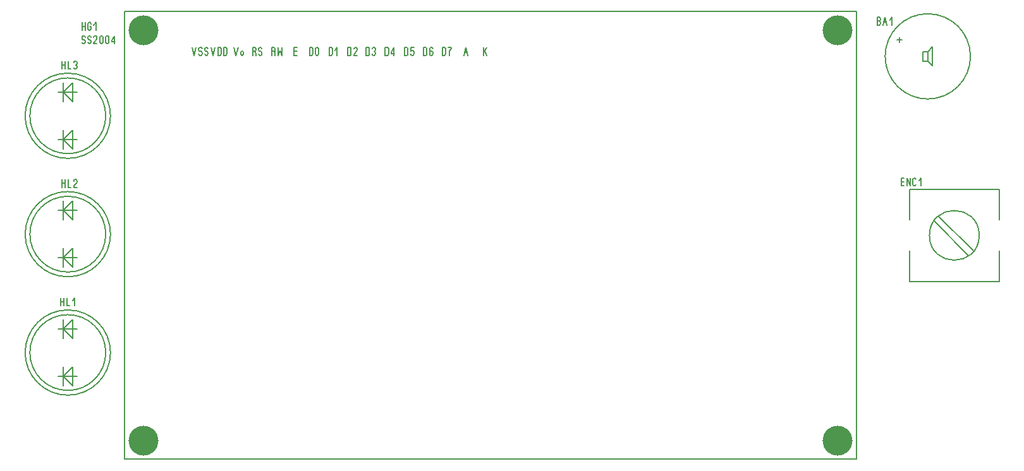
<source format=gbr>
%FSLAX34Y34*%
%MOMM*%
%LNSILK_TOP*%
G71*
G01*
%ADD10C, 0.200*%
%ADD11C, 4.000*%
%ADD12C, 0.191*%
%ADD13C, 0.150*%
%LPD*%
G54D10*
X192400Y645000D02*
X1172400Y645000D01*
X1172400Y45000D01*
X192400Y45000D01*
X192400Y645000D01*
X217400Y620000D02*
G54D11*
D03*
X217400Y70000D02*
G54D11*
D03*
X1147400Y620000D02*
G54D11*
D03*
X1147400Y70000D02*
G54D11*
D03*
G54D12*
X282570Y597000D02*
X285237Y586334D01*
X287903Y597000D01*
G54D12*
X291636Y588334D02*
X292169Y587000D01*
X293236Y586334D01*
X294303Y586334D01*
X295369Y587000D01*
X295903Y588334D01*
X295903Y589667D01*
X295369Y591000D01*
X294303Y591667D01*
X293236Y591667D01*
X292169Y592334D01*
X291636Y593667D01*
X291636Y595000D01*
X292169Y596334D01*
X293236Y597000D01*
X294303Y597000D01*
X295369Y596334D01*
X295903Y595000D01*
G54D12*
X299636Y588334D02*
X300169Y587000D01*
X301236Y586334D01*
X302303Y586334D01*
X303369Y587000D01*
X303903Y588334D01*
X303903Y589667D01*
X303369Y591000D01*
X302303Y591667D01*
X301236Y591667D01*
X300169Y592334D01*
X299636Y593667D01*
X299636Y595000D01*
X300169Y596334D01*
X301236Y597000D01*
X302303Y597000D01*
X303369Y596334D01*
X303903Y595000D01*
G54D12*
X308070Y597000D02*
X310737Y586334D01*
X313403Y597000D01*
G54D12*
X317136Y586334D02*
X317136Y597000D01*
X319803Y597000D01*
X320869Y596334D01*
X321403Y595000D01*
X321403Y588334D01*
X320869Y587000D01*
X319803Y586334D01*
X317136Y586334D01*
G54D12*
X325136Y586334D02*
X325136Y597000D01*
X327803Y597000D01*
X328869Y596334D01*
X329403Y595000D01*
X329403Y588334D01*
X328869Y587000D01*
X327803Y586334D01*
X325136Y586334D01*
G54D12*
X338938Y596999D02*
X341605Y586332D01*
X344271Y596999D01*
G54D12*
X351204Y587932D02*
X351204Y590599D01*
X350671Y591932D01*
X349604Y592332D01*
X348537Y591932D01*
X348004Y590599D01*
X348004Y587932D01*
X348537Y586599D01*
X349604Y586332D01*
X350671Y586599D01*
X351204Y587932D01*
G54D12*
X366066Y591667D02*
X367666Y590334D01*
X368199Y589000D01*
X368199Y586334D01*
G54D12*
X363932Y586334D02*
X363932Y597000D01*
X366599Y597000D01*
X367666Y596334D01*
X368199Y595000D01*
X368199Y593667D01*
X367666Y592334D01*
X366599Y591667D01*
X363932Y591667D01*
G54D12*
X371932Y588334D02*
X372466Y587000D01*
X373532Y586334D01*
X374599Y586334D01*
X375666Y587000D01*
X376199Y588334D01*
X376199Y589667D01*
X375666Y591000D01*
X374599Y591667D01*
X373532Y591667D01*
X372466Y592334D01*
X371932Y593667D01*
X371932Y595000D01*
X372466Y596334D01*
X373532Y597000D01*
X374599Y597000D01*
X375666Y596334D01*
X376199Y595000D01*
G54D12*
X391701Y591668D02*
X393301Y590334D01*
X393834Y589001D01*
X393834Y586334D01*
G54D12*
X389568Y586334D02*
X389568Y597001D01*
X392234Y597001D01*
X393301Y596334D01*
X393834Y595001D01*
X393834Y593668D01*
X393301Y592334D01*
X392234Y591668D01*
X389568Y591668D01*
G54D12*
X397568Y597001D02*
X397568Y586334D01*
X400234Y593001D01*
X402901Y586334D01*
X402901Y597001D01*
G54D12*
X423084Y586334D02*
X419350Y586334D01*
X419350Y597000D01*
X423084Y597000D01*
G54D12*
X419350Y591667D02*
X423084Y591667D01*
G54D12*
X439932Y586334D02*
X439932Y597000D01*
X442599Y597000D01*
X443666Y596334D01*
X444199Y595000D01*
X444199Y588334D01*
X443666Y587000D01*
X442599Y586334D01*
X439932Y586334D01*
G54D12*
X452199Y595000D02*
X452199Y588334D01*
X451666Y587000D01*
X450599Y586334D01*
X449532Y586334D01*
X448466Y587000D01*
X447932Y588334D01*
X447932Y595000D01*
X448466Y596334D01*
X449532Y597000D01*
X450599Y597000D01*
X451666Y596334D01*
X452199Y595000D01*
G54D12*
X466233Y586334D02*
X466233Y597000D01*
X468900Y597000D01*
X469966Y596334D01*
X470500Y595000D01*
X470500Y588334D01*
X469966Y587000D01*
X468900Y586334D01*
X466233Y586334D01*
G54D12*
X474233Y593000D02*
X476900Y597000D01*
X476900Y586334D01*
G54D12*
X491432Y586334D02*
X491432Y597000D01*
X494099Y597000D01*
X495166Y596334D01*
X495699Y595000D01*
X495699Y588334D01*
X495166Y587000D01*
X494099Y586334D01*
X491432Y586334D01*
G54D12*
X503699Y586334D02*
X499432Y586334D01*
X499432Y587000D01*
X499966Y588334D01*
X503166Y592334D01*
X503699Y593667D01*
X503699Y595000D01*
X503166Y596334D01*
X502099Y597000D01*
X501032Y597000D01*
X499966Y596334D01*
X499432Y595000D01*
G54D12*
X515932Y586334D02*
X515932Y597000D01*
X518599Y597000D01*
X519666Y596334D01*
X520199Y595000D01*
X520199Y588334D01*
X519666Y587000D01*
X518599Y586334D01*
X515932Y586334D01*
G54D12*
X523932Y595000D02*
X524466Y596334D01*
X525532Y597000D01*
X526599Y597000D01*
X527666Y596334D01*
X528199Y595000D01*
X528199Y593667D01*
X527666Y592334D01*
X526599Y591667D01*
X527666Y591000D01*
X528199Y589667D01*
X528199Y588334D01*
X527666Y587000D01*
X526599Y586334D01*
X525532Y586334D01*
X524466Y587000D01*
X523932Y588334D01*
G54D12*
X541416Y586334D02*
X541416Y597000D01*
X544083Y597000D01*
X545150Y596334D01*
X545683Y595000D01*
X545683Y588334D01*
X545150Y587000D01*
X544083Y586334D01*
X541416Y586334D01*
G54D12*
X552616Y586334D02*
X552616Y597000D01*
X549416Y590334D01*
X549416Y589000D01*
X553683Y589000D01*
G54D12*
X567432Y586334D02*
X567432Y597000D01*
X570099Y597000D01*
X571166Y596334D01*
X571699Y595000D01*
X571699Y588334D01*
X571166Y587000D01*
X570099Y586334D01*
X567432Y586334D01*
G54D12*
X579699Y597000D02*
X575432Y597000D01*
X575432Y592334D01*
X575966Y592334D01*
X577032Y593000D01*
X578099Y593000D01*
X579166Y592334D01*
X579699Y591000D01*
X579699Y588334D01*
X579166Y587000D01*
X578099Y586334D01*
X577032Y586334D01*
X575966Y587000D01*
X575432Y588334D01*
G54D12*
X592932Y586334D02*
X592932Y597000D01*
X595599Y597000D01*
X596666Y596334D01*
X597199Y595000D01*
X597199Y588334D01*
X596666Y587000D01*
X595599Y586334D01*
X592932Y586334D01*
G54D12*
X605199Y595000D02*
X604666Y596334D01*
X603599Y597000D01*
X602532Y597000D01*
X601466Y596334D01*
X600932Y595000D01*
X600932Y591667D01*
X600932Y591000D01*
X602532Y592334D01*
X603599Y592334D01*
X604666Y591667D01*
X605199Y590334D01*
X605199Y588334D01*
X604666Y587000D01*
X603599Y586334D01*
X602532Y586334D01*
X601466Y587000D01*
X600932Y588334D01*
X600932Y591667D01*
G54D12*
X617924Y586334D02*
X617924Y597000D01*
X620591Y597000D01*
X621657Y596334D01*
X622191Y595000D01*
X622191Y588334D01*
X621657Y587000D01*
X620591Y586334D01*
X617924Y586334D01*
G54D12*
X625924Y597000D02*
X630191Y597000D01*
X629657Y595667D01*
X628591Y593667D01*
X627524Y591000D01*
X626991Y589000D01*
X626991Y586334D01*
G54D12*
X646568Y586334D02*
X649234Y597000D01*
X651901Y586334D01*
G54D12*
X647634Y590334D02*
X650834Y590334D01*
G54D12*
X673420Y586334D02*
X673420Y597001D01*
G54D12*
X673420Y589667D02*
X677687Y597001D01*
G54D12*
X675020Y591667D02*
X677687Y586334D01*
G54D12*
X135050Y620000D02*
X135050Y630667D01*
G54D12*
X139317Y620000D02*
X139317Y630667D01*
G54D12*
X135050Y625333D02*
X139317Y625333D01*
G54D12*
X145183Y625333D02*
X147317Y625333D01*
X147317Y622000D01*
X146783Y620667D01*
X145717Y620000D01*
X144650Y620000D01*
X143583Y620667D01*
X143050Y622000D01*
X143050Y628667D01*
X143583Y630000D01*
X144650Y630667D01*
X145717Y630667D01*
X146783Y630000D01*
X147317Y628667D01*
G54D12*
X151050Y626667D02*
X153717Y630667D01*
X153717Y620000D01*
G54D12*
X135050Y604000D02*
X135583Y602667D01*
X136650Y602000D01*
X137717Y602000D01*
X138783Y602667D01*
X139317Y604000D01*
X139317Y605333D01*
X138783Y606667D01*
X137717Y607333D01*
X136650Y607333D01*
X135583Y608000D01*
X135050Y609333D01*
X135050Y610667D01*
X135583Y612000D01*
X136650Y612667D01*
X137717Y612667D01*
X138783Y612000D01*
X139317Y610667D01*
G54D12*
X143050Y604000D02*
X143583Y602667D01*
X144650Y602000D01*
X145717Y602000D01*
X146783Y602667D01*
X147317Y604000D01*
X147317Y605333D01*
X146783Y606667D01*
X145717Y607333D01*
X144650Y607333D01*
X143583Y608000D01*
X143050Y609333D01*
X143050Y610667D01*
X143583Y612000D01*
X144650Y612667D01*
X145717Y612667D01*
X146783Y612000D01*
X147317Y610667D01*
G54D12*
X155317Y602000D02*
X151050Y602000D01*
X151050Y602667D01*
X151583Y604000D01*
X154783Y608000D01*
X155317Y609333D01*
X155317Y610667D01*
X154783Y612000D01*
X153717Y612667D01*
X152650Y612667D01*
X151583Y612000D01*
X151050Y610667D01*
G54D12*
X163317Y610667D02*
X163317Y604000D01*
X162783Y602667D01*
X161717Y602000D01*
X160650Y602000D01*
X159583Y602667D01*
X159050Y604000D01*
X159050Y610667D01*
X159583Y612000D01*
X160650Y612667D01*
X161717Y612667D01*
X162783Y612000D01*
X163317Y610667D01*
G54D12*
X171317Y610667D02*
X171317Y604000D01*
X170783Y602667D01*
X169717Y602000D01*
X168650Y602000D01*
X167583Y602667D01*
X167050Y604000D01*
X167050Y610667D01*
X167583Y612000D01*
X168650Y612667D01*
X169717Y612667D01*
X170783Y612000D01*
X171317Y610667D01*
G54D12*
X178250Y602000D02*
X178250Y612667D01*
X175050Y606000D01*
X175050Y604667D01*
X179317Y604667D01*
G54D13*
X1243325Y406875D02*
X1363975Y406875D01*
G54D13*
X1243325Y406875D02*
X1243325Y365600D01*
G54D13*
X1243325Y324325D02*
X1243325Y283050D01*
G54D13*
X1243325Y283050D02*
X1363975Y283050D01*
G54D13*
X1363975Y406875D02*
X1363975Y365600D01*
G54D13*
X1363975Y324325D02*
X1363975Y283050D01*
G54D13*
G75*
G01X1336988Y344962D02*
G03X1336988Y344962I-33338J0D01*
G01*
G54D13*
X1276662Y364012D02*
X1322700Y317975D01*
G54D13*
X1283012Y370362D02*
X1329050Y324325D01*
G54D12*
X1236292Y411321D02*
X1232559Y411321D01*
X1232559Y421988D01*
X1236292Y421988D01*
G54D12*
X1232559Y416654D02*
X1236292Y416654D01*
G54D12*
X1240025Y411321D02*
X1240025Y421988D01*
X1244292Y411321D01*
X1244292Y421988D01*
G54D12*
X1252292Y413321D02*
X1251758Y411988D01*
X1250692Y411321D01*
X1249625Y411321D01*
X1248558Y411988D01*
X1248025Y413321D01*
X1248025Y419988D01*
X1248558Y421321D01*
X1249625Y421988D01*
X1250692Y421988D01*
X1251758Y421321D01*
X1252292Y419988D01*
G54D12*
X1256025Y417988D02*
X1258692Y421988D01*
X1258692Y411321D01*
G54D10*
G75*
G01X173350Y505300D02*
G03X173350Y505300I-57150J0D01*
G01*
G54D10*
G75*
G01X167000Y505300D02*
G03X167000Y505300I-50800J0D01*
G01*
G54D10*
X128900Y473550D02*
X103500Y473550D01*
G54D10*
X122550Y460850D02*
X122550Y486250D01*
X109850Y473550D01*
X122550Y460850D01*
G54D10*
X109850Y460850D02*
X109850Y486250D01*
G54D10*
X128900Y537050D02*
X103500Y537050D01*
G54D10*
X122550Y524350D02*
X122550Y549750D01*
X109850Y537050D01*
X122550Y524350D01*
G54D10*
X109850Y524350D02*
X109850Y549750D01*
G54D12*
X108592Y568059D02*
X108592Y578726D01*
G54D12*
X112859Y568059D02*
X112859Y578726D01*
G54D12*
X108592Y573392D02*
X112859Y573392D01*
G54D12*
X116592Y578726D02*
X116592Y568059D01*
X120325Y568059D01*
G54D12*
X124058Y576726D02*
X124591Y578059D01*
X125658Y578726D01*
X126725Y578726D01*
X127791Y578059D01*
X128325Y576726D01*
X128325Y575392D01*
X127791Y574059D01*
X126725Y573392D01*
X127791Y572726D01*
X128325Y571392D01*
X128325Y570059D01*
X127791Y568726D01*
X126725Y568059D01*
X125658Y568059D01*
X124591Y568726D01*
X124058Y570059D01*
G54D10*
G75*
G01X173350Y346550D02*
G03X173350Y346550I-57150J0D01*
G01*
G54D10*
G75*
G01X167000Y346550D02*
G03X167000Y346550I-50800J0D01*
G01*
G54D10*
X128900Y314800D02*
X103500Y314800D01*
G54D10*
X122550Y302100D02*
X122550Y327500D01*
X109850Y314800D01*
X122550Y302100D01*
G54D10*
X109850Y302100D02*
X109850Y327500D01*
G54D10*
X128900Y378300D02*
X103500Y378300D01*
G54D10*
X122550Y365600D02*
X122550Y391000D01*
X109850Y378300D01*
X122550Y365600D01*
G54D10*
X109850Y365600D02*
X109850Y391000D01*
G54D12*
X108580Y409308D02*
X108580Y419975D01*
G54D12*
X112846Y409308D02*
X112846Y419975D01*
G54D12*
X108580Y414642D02*
X112846Y414642D01*
G54D12*
X116580Y419975D02*
X116580Y409308D01*
X120313Y409308D01*
G54D12*
X128312Y409308D02*
X124046Y409308D01*
X124046Y409975D01*
X124579Y411308D01*
X127779Y415308D01*
X128312Y416642D01*
X128312Y417975D01*
X127779Y419308D01*
X126712Y419975D01*
X125646Y419975D01*
X124579Y419308D01*
X124046Y417975D01*
G54D10*
G75*
G01X173350Y187800D02*
G03X173350Y187800I-57150J0D01*
G01*
G54D10*
G75*
G01X167000Y187800D02*
G03X167000Y187800I-50800J0D01*
G01*
G54D10*
X128900Y156050D02*
X103500Y156050D01*
G54D10*
X122550Y143350D02*
X122550Y168750D01*
X109850Y156050D01*
X122550Y143350D01*
G54D10*
X109850Y143350D02*
X109850Y168750D01*
G54D10*
X128900Y219550D02*
X103500Y219550D01*
G54D10*
X122550Y206850D02*
X122550Y232250D01*
X109850Y219550D01*
X122550Y206850D01*
G54D10*
X109850Y206850D02*
X109850Y232250D01*
G54D12*
X106992Y250558D02*
X106992Y261225D01*
G54D12*
X111259Y250558D02*
X111259Y261225D01*
G54D12*
X106992Y255892D02*
X111259Y255892D01*
G54D12*
X114992Y261225D02*
X114992Y250558D01*
X118726Y250558D01*
G54D12*
X122458Y257225D02*
X125125Y261225D01*
X125125Y250558D01*
G54D13*
G75*
G01X1325250Y585000D02*
G03X1325250Y585000I-57150J0D01*
G01*
G54D13*
X1226825Y607225D02*
X1233175Y607225D01*
G54D13*
X1230000Y610400D02*
X1230000Y604050D01*
G54D13*
X1261750Y591350D02*
X1261750Y578650D01*
X1268100Y578650D01*
X1268100Y591350D01*
X1261750Y591350D01*
G54D13*
X1268100Y591350D02*
X1274450Y597700D01*
X1274450Y572300D01*
X1268100Y578650D01*
G54D12*
X1200200Y626900D02*
X1200200Y637567D01*
X1202867Y637567D01*
X1203933Y636900D01*
X1204467Y635567D01*
X1204467Y634233D01*
X1203933Y632900D01*
X1202867Y632233D01*
X1203933Y631567D01*
X1204467Y630233D01*
X1204467Y628900D01*
X1203933Y627567D01*
X1202867Y626900D01*
X1200200Y626900D01*
G54D12*
X1200200Y632233D02*
X1202867Y632233D01*
G54D12*
X1208200Y626900D02*
X1210867Y637567D01*
X1213533Y626900D01*
G54D12*
X1209267Y630900D02*
X1212467Y630900D01*
G54D12*
X1217266Y633567D02*
X1219933Y637567D01*
X1219933Y626900D01*
M02*

</source>
